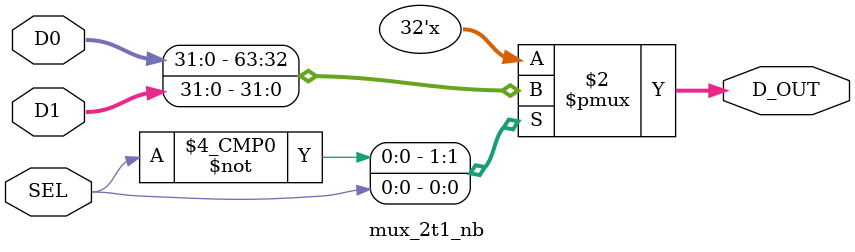
<source format=sv>
`timescale 1ns / 1ps


module mux_2t1_nb#(parameter n=32) (  
    input logic SEL,
    input logic [n-1:0] D0, 
    input logic [n-1:0] D1, 
    output logic [n-1:0] D_OUT);  

    
    always_comb
    begin 
        case (SEL) 
                0:      D_OUT = D0;
                1:      D_OUT = D1; 
                default D_OUT = 0;
        endcase 
    end

    
endmodule

</source>
